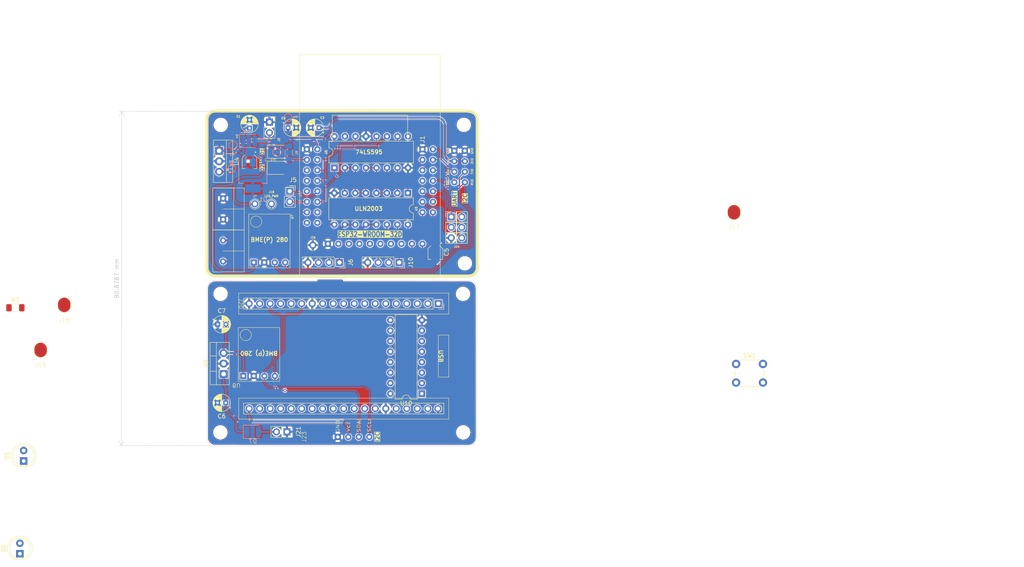
<source format=kicad_pcb>
(kicad_pcb (version 20240108) (generator "pcbnew") (generator_version "8.0")
  (layers (0 "F.Cu" signal) (31 "B.Cu" signal) (34 "B.Paste" user) (35 "F.Paste" user) (36 "B.SilkS" user "B.Silkscreen") (37 "F.SilkS" user "F.Silkscreen") (38 "B.Mask" user) (39 "F.Mask" user) (44 "Edge.Cuts" user))
  (net 0 "")
  (net 1 "GND")
  (net 2 "+3V3")
  (net 3 "+5V")
  (net 4 "/RXD")
  (net 5 "/TXD")
  (net 6 "/SDA")
  (net 7 "/OUT2")
  (net 8 "/SCL")
  (net 9 "/OUT1")
  (net 10 "/EN")
  (net 11 "/SOURCE2")
  (net 12 "/SOURCE1")
  (net 13 "/SOURCE3")
  (net 14 "/VDC")
  (net 15 "/DAC1")
  (net 16 "/DAC2")
  (net 17 "/GPIO13")
  (net 18 "/GPIO19")
  (net 19 "/GPIO17")
  (net 20 "/GPIO5")
  (net 21 "/GPIO18")
  (net 22 "/GPIO36")
  (net 23 "/ADC2_CH3")
  (net 24 "/SD_DATA1")
  (net 25 "/SD_DATA2")
  (net 26 "/SD_CLK")
  (net 27 "/SD_CMD")
  (net 28 "/SD_DATA3")
  (net 29 "/ADC2_CH0")
  (net 30 "/GPIO23")
  (net 31 "/SD_DATA0")
  (net 32 "/ADC2_CH2")
  (net 33 "/BOOT")
  (net 34 "/GPIO39")
  (net 35 "/SOURCE4")
  (net 36 "/SOURCE5")
  (net 37 "/SIPO_DATA")
  (net 38 "/SIPO_CLK")
  (net 40 "/SIPO_LATCH")
  (net 41 "/GPIO14")
  (net 43 "/I3")
  (net 44 "/I6")
  (net 45 "/I7")
  (net 46 "/I5")
  (net 47 "/OUT3")
  (net 48 "/VIN")
  (net 49 "/I1")
  (net 52 "Net-(D5-Pad1)")
  (net 53 "Net-(J15-Pin_1)")
  (net 54 "Net-(J19-Pin_1)")
  (net 55 "/GPIO_33")
  (net 67 "/RX")
  (net 72 "/TX")
  (net 87 "/SCL-2")
  (net 88 "/SDA-2")
  (footprint "Capacitor_THT:CP_Radial_D4.0mm_P2.00mm" (layer "F.Cu") (at 107 44.2 180)
    (property "Reference" "C2")
    (property "Value" "1uF")
  )
  (footprint "LED_SMD:LED_1210_3225Metric_Pad1.42x2.65mm_HandSolder" (layer "F.Cu") (at 96.9525 53.9)
    (property "Reference" "D2")
    (property "Value" "STATUS")
  )
  (footprint "Capacitor_SMD:CP_Elec_3x5.3" (layer "F.Cu") (at 90.2 52.3 -90)
    (property "Reference" "C4")
    (property "Value" "0.1uF")
  )
  (footprint "Resistor_SMD:R_1206_3216Metric_Pad1.30x1.75mm_HandSolder" (layer "F.Cu") (at 33.612 87.7585)
    (property "Reference" "R7")
    (property "Value" "4K7")
  )
  (footprint "LED_THT:LED_D5.0mm" (layer "F.Cu") (at 34.7 147.25 90)
    (property "Reference" "D6")
    (property "Value" "LED_STATUS")
  )
  (footprint "Button_Switch_THT:SW_PUSH_6mm" (layer "F.Cu") (at 207.8 101.35)
    (property "Reference" "SW1")
    (property "Value" "SW_Push")
  )
  (footprint "Alexander Footprint Library:Pad_1x01_P2.54_SMD" (layer "F.Cu") (at 39.712 102.098)
    (property "Reference" "J19")
    (property "Value" "LED_PWR")
  )
  (footprint "Alexander Footprints Library:ESP32-WROOM-Adapter-Socket-2" (layer "F.Cu") (at 119.3 57.04)
    (property "Reference" "J1")
    (property "Value" "~")
  )
  (footprint "Alexander Footprint Library:Pad_1x01_P2.54_SMD" (layer "F.Cu") (at 45.412 91.198)
    (property "Reference" "J15")
    (property "Value" "LED_PWR")
  )
  (footprint "MountingHole:MountingHole_3mm" (layer "F.Cu") (at 142 43.5)
    (property "Reference" "H1" (hide yes))
    (property "Value" "MountingHole_Pad")
  )
  (footprint "Connector_PinSocket_2.54mm:PinSocket_1x02_P2.54mm_Vertical" (layer "F.Cu") (at 99.25 117.775 -90)
    (property "Reference" "J21")
    (property "Value" "PWR")
  )
  (footprint "MountingHole:MountingHole_3mm" (layer "F.Cu") (at 83.25 43.53)
    (property "Reference" "H2" (hide yes))
    (property "Value" "MountingHole_Pad")
  )
  (footprint "Package_DIP:DIP-16_W7.62mm" (layer "F.Cu") (at 128.475 60 -90)
    (property "Reference" "U3")
    (property "Value" "ULN2003")
  )
  (footprint "Alexander Footprints Library:Conn_Terminal_5mm" (layer "F.Cu") (at 83.82 53.69)
    (property "Reference" "J9" (hide yes))
    (property "Value" "Conn_01x02_Socket")
  )
  (footprint "Alexander Footprint Library:Pad_1x01_P2.54_SMD" (layer "F.Cu") (at 207.3 68.7895)
    (property "Reference" "J17")
    (property "Value" "GND")
  )
  (footprint "MountingHole:MountingHole_3mm" (layer "F.Cu") (at 141.85 117.9)
    (property "Reference" "H4" (hide yes))
    (property "Value" "MountingHole_Pad")
  )
  (footprint "Capacitor_THT:CP_Radial_D4.0mm_P2.00mm" (layer "F.Cu") (at 82.5 91.75)
    (property "Reference" "C7")
    (property "Value" "1uF")
  )
  (footprint "Package_DIP:DIP-16_W7.62mm" (layer "F.Cu") (at 110.725 53.9 90)
    (property "Reference" "U5")
    (property "Value" "74LS595")
  )
  (footprint "Alexander Footprint Library:PinSocket_1x01_P2.54" (layer "F.Cu") (at 91.5 65.19)
    (property "Reference" "J7")
    (property "Value" "LED_PWR")
  )
  (footprint "Connector_PinSocket_2.54mm:PinSocket_1x02_P2.54mm_Vertical" (layer "F.Cu") (at 95.025 42.85)
    (property "Reference" "J2")
    (property "Value" "PWR")
  )
  (footprint "Connector_PinSocket_2.54mm:PinSocket_1x04_P2.54mm_Vertical" (layer "F.Cu") (at 111.94 76.8 -90)
    (property "Reference" "J6")
    (property "Value" "SOURCE")
  )
  (footprint "MountingHole:MountingHole_3mm" (layer "F.Cu") (at 83.15 117.9)
    (property "Reference" "H4" (hide yes))
    (property "Value" "MountingHole_Pad")
  )
  (footprint "Connector_PinSocket_2.54mm:PinSocket_1x04_P2.54mm_Vertical" (layer "F.Cu") (at 126.38 76.8 -90)
    (property "Reference" "J10")
    (property "Value" "ADC")
  )
  (footprint "Capacitor_SMD:CP_Elec_3x5.3" (layer "F.Cu") (at 135.1 74.3 -90)
    (property "Reference" "C5")
    (property "Value" "0.1uF")
  )
  (footprint "MountingHole:MountingHole_3mm" (layer "F.Cu") (at 141.8 84.4)
    (property "Reference" "H4" (hide yes))
    (property "Value" "MountingHole_Pad")
  )
  (footprint "Capacitor_THT:CP_Radial_D4.0mm_P2.00mm" (layer "F.Cu") (at 99.5 44.2)
    (property "Reference" "C3")
    (property "Value" "1uF")
  )
  (footprint "Alexander Footprint Library:LD1117" (layer "F.Cu") (at 83.945 103.79 90)
    (property "Reference" "U9")
    (property "Value" "L7805")
  )
  (footprint "Alexander Footprint Library:PinSocket_1x01_P2.54" (layer "F.Cu") (at 95.5 65.19)
    (property "Reference" "J18")
    (property "Value" "LED_PWR")
  )
  (footprint "Alexander Footprint Library:Conn_I2C" (layer "F.Cu") (at 103.92 119 90)
    (property "Reference" "J23")
    (property "Value" "I2C")
  )
  (footprint "Capacitor_THT:CP_Radial_D4.0mm_P2.00mm" (layer "F.Cu") (at 84.4726 110.75 180)
    (property "Reference" "C6")
    (property "Value" "1uF")
  )
  (footprint "Alexander Footprint Library:Conn_ESP32_WROOM-DevKit-38pins" (layer "F.Cu") (at 87.57 86.75 -90)
    (property "Reference" "J20")
    (property "Value" "~")
  )
  (footprint "MountingHole:MountingHole_3mm" (layer "F.Cu") (at 83.2 84.4)
    (property "Reference" "H4" (hide yes))
    (property "Value" "MountingHole_Pad")
  )
  (footprint "Connector_PinSocket_2.54mm:PinSocket_1x02_P2.54mm_Vertical" (layer "F.Cu") (at 99.925 59.55)
    (property "Reference" "J5")
    (property "Value" "DAC")
  )
  (footprint "Alexander Footprint Library:CONN_2x3" (layer "F.Cu") (at 138.96 60.68)
    (property "Reference" "J14")
    (property "Value" "GPIO")
  )
  (footprint "Alexander Footprints Library:Conn_UART" (layer "F.Cu") (at 139.7 42.15)
    (property "Reference" "J3" (hide yes))
    (property "Value" "UART")
  )
  (footprint "Alexander Footprint Library:PinSocket_1x01_P2.54" (layer "F.Cu") (at 105.5 75.19)
    (property "Reference" "J16")
    (property "Value" "GND")
  )
  (footprint "Capacitor_THT:CP_Radial_D4.0mm_P2.00mm" (layer "F.Cu") (at 90.2 44.3 90)
    (property "Reference" "C1")
    (property "Value" "1uF")
  )
  (footprint "Alexander Footprint Library:BME280_BMP280_I2C" (layer "F.Cu") (at 90 78.1 90)
    (property "Reference" "U7")
    (property "Value" "BME(P)280")
  )
  (footprint "Alexander Footprint Library:LD1117" (layer "F.Cu") (at 82.855 49.77 -90)
    (property "Reference" "U4")
    (property "Value" "L7805")
  )
  (footprint "Alexander Footprints Library:Conn_I2C" (layer "F.Cu") (at 142.24 42.15)
    (property "Reference" "J4" (hide yes))
    (property "Value" "I2C")
  )
  (footprint "LED_THT:LED_D5.0mm" (layer "F.Cu") (at 35.612 124.8335 90)
    (property "Reference" "D5")
    (property "Value" "LED_PWR")
  )
  (footprint "Alexander Footprint Library:BME280_BMP280_I2C" (layer "F.Cu") (at 87.49 105.55 90)
    (property "Reference" "U8")
    (property "Value" "BME(P)280")
  )
  (footprint "LED_SMD:LED_1210_3225Metric_Pad1.42x2.65mm_HandSolder" (layer "F.Cu") (at 97 50)
    (property "Reference" "D1")
    (property "Value" "PWR")
  )
  (footprint "MountingHole:MountingHole_3mm" (layer "F.Cu") (at 142.25 77)
    (property "Reference" "H4" (hide yes))
    (property "Value" "MountingHole_Pad")
  )
  (footprint "Alexander Footprints Library:Conn_Terminal_5mm" (layer "F.Cu") (at 83.82 63.85)
    (property "Reference" "J8" (hide yes))
    (property "Value" "Conn_01x02_Socket")
  )
  (footprint "Package_DIP:DIP-16_W7.62mm" (layer "F.Cu") (at 131.86 108.525 180)
    (property "Reference" "U10")
    (property "Value" "74LS595")
  )
  (footprint "TestPoint:TestPoint_Pad_D1.5mm" (layer "B.Cu") (at 99.5 41.75 180)
    (property "Reference" "TP4")
    (property "Value" "5V")
  )
  (footprint "TestPoint:TestPoint_Pad_D1.5mm" (layer "B.Cu") (at 96.8 50.15 180)
    (property "Reference" "TP3")
    (property "Value" "3V3")
  )
  (footprint "Diode_SMD:D_1210_3225Metric" (layer "B.Cu") (at 91 117.75)
    (property "Reference" "D7")
    (property "Value" "D")
  )
  (footprint "Resistor_SMD:R_1206_3216Metric_Pad1.30x1.75mm_HandSolder" (layer "B.Cu") (at 99.7 50.25 -90)
    (property "Reference" "R1")
    (property "Value" "10K")
  )
  (footprint "Diode_SMD:D_1210_3225Metric" (layer "B.Cu") (at 90.1 47.4)
    (property "Reference" "D4")
    (property "Value" "D")
  )
  (footprint "TestPoint:TestPoint_Pad_D1.5mm" (layer "B.Cu") (at 86.2 48.45 180)
    (property "Reference" "TP1")
    (property "Value" "VIN")
  )
  (footprint "TestPoint:TestPoint_Pad_D1.5mm" (layer "B.Cu") (at 85.9 54.15 180)
    (property "Reference" "TP2")
    (property "Value" "GND")
  )
  (footprint "Package_TO_SOT_SMD:SOT-223-3_TabPin2" (layer "B.Cu") (at 91 55.75 -90)
    (property "Reference" "U1")
    (property "Value" "MAX1726EUK33")
  )
  (gr_line (start 145.25 42.11421) (end 145.25 78.085782) (stroke (width 0.75)) (layer "F.SilkS"))
  (gr_line (start 81.914218 40.164218) (end 143.08579 40.164218) (stroke (width 0.75)) (layer "F.SilkS"))
  (gr_arc (start 145.25 78.085782) (mid 144.66422 79.500007) (end 143.25 80.085782) (stroke (width 0.75)) (layer "F.SilkS"))
  (gr_line (start 79.914218 42.11421) (end 79.914218 78.085782) (stroke (width 0.75)) (layer "F.SilkS"))
  (gr_arc (start 81.914218 80.085782) (mid 80.499999 79.500001) (end 79.914218 78.085782) (stroke (width 0.75)) (layer "F.SilkS"))
  (gr_arc (start 143.25 40.25) (mid 144.664214 40.835786) (end 145.25 42.25) (stroke (width 0.75)) (layer "F.SilkS"))
  (gr_arc (start 79.914218 42.164218) (mid 80.499999 40.749999) (end 81.914218 40.164218) (stroke (width 0.75)) (layer "F.SilkS"))
  (gr_line (start 81.914214 80.085782) (end 143.085786 80.085782) (stroke (width 0.75)) (layer "F.SilkS"))
  (gr_line (start 82.014214 80.235786) (end 106.4 80.25) (stroke (width 0.1)) (layer "Edge.Cuts"))
  (gr_line (start 80 42.25) (end 80.014214 78.235786) (stroke (width 0.1)) (layer "Edge.Cuts"))
  (gr_arc (start 79.921321 83.157107) (mid 80.507106 81.742896) (end 81.921321 81.157107) (stroke (width 0.1)) (layer "Edge.Cuts"))
  (gr_line (start 81.921321 121.128679) (end 143.107107 121.142893) (stroke (width 0.1)) (layer "Edge.Cuts"))
  (gr_arc (start 81.921321 121.128679) (mid 80.507101 120.542899) (end 79.921321 119.128679) (stroke (width 0.1)) (layer "Edge.Cuts"))
  (gr_line (start 143.092893 81.157107) (end 113 81.15) (stroke (width 0.1)) (layer "Edge.Cuts"))
  (gr_arc (start 145.107107 119.142893) (mid 144.521321 120.557107) (end 143.107107 121.142893) (stroke (width 0.1)) (layer "Edge.Cuts"))
  (gr_line (start 106.4 81.15) (end 81.921321 81.157107) (stroke (width 0.1)) (layer "Edge.Cuts"))
  (gr_arc (start 143.185786 40.264214) (mid 144.600004 40.849996) (end 145.185786 42.264214) (stroke (width 0.1)) (layer "Edge.Cuts"))
  (gr_line (start 113 80.25) (end 143.185786 80.235786) (stroke (width 0.1)) (layer "Edge.Cuts"))
  (gr_arc (start 82.014214 80.235786) (mid 80.599996 79.650004) (end 80.014214 78.235786) (stroke (width 0.1)) (layer "Edge.Cuts"))
  (gr_line (start 145.185786 42.264214) (end 145.185786 78.235786) (stroke (width 0.1)) (layer "Edge.Cuts"))
  (gr_arc (start 80 42.25) (mid 80.585786 40.835786) (end 82 40.25) (stroke (width 0.1)) (layer "Edge.Cuts"))
  (gr_line (start 145.107107 119.142893) (end 145.092893 83.157107) (stroke (width 0.1)) (layer "Edge.Cuts"))
  (gr_line (start 79.921321 119.128679) (end 79.921321 83.157107) (stroke (width 0.1)) (layer "Edge.Cuts"))
  (gr_line (start 106.4 81.15) (end 106.4 80.25) (stroke (width 0.1)) (layer "Edge.Cuts"))
  (gr_arc (start 145.185786 78.235786) (mid 144.600004 79.650004) (end 143.185786 80.235786) (stroke (width 0.1)) (layer "Edge.Cuts"))
  (gr_arc (start 143.092893 81.157107) (mid 144.507112 81.742888) (end 145.092893 83.157107) (stroke (width 0.1)) (layer "Edge.Cuts"))
  (gr_line (start 113 81.15) (end 113 80.25) (stroke (width 0.1)) (layer "Edge.Cuts"))
  (gr_line (start 143.185786 40.264214) (end 82 40.25) (stroke (width 0.1)) (layer "Edge.Cuts"))
  (gr_text "74LS595" (at 119.057143 50.1 0) (layer "F.SilkS") (effects (font (size 1 1) (thickness 0.2) (bold yes))))
  (gr_text "ULN2003" (at 115.5 64.374 0) (layer "F.SilkS") (effects (font (size 1 1) (thickness 0.2) (bold yes)) (justify left bottom)))
  (dimension (type aligned) (layer "Edge.Cuts") (pts (xy 81.921321 121.128679) (xy 82 40.25)) (height -22.6907) (gr_text "80.8787 mm" (at 58.119973 80.666146 89.94426182) (layer "Edge.Cuts") (effects (font (size 1 1) (thickness 0.15)))) (format (prefix "") (suffix "") (units 3) (units_format 1) (precision 4)) (style (thickness 0.1) (arrow_length 1.27) (text_position_mode 0) (extension_height 0.58642) (extension_offset 0.5) keep_text_aligned))
  (segment (start 84.21 66) (end 83.82 66.39) (width 0.5) (layer "F.Cu") (net 1))
  (segment (start 101.5 48.103553) (end 101.5 49.573223) (width 0.25) (layer "F.Cu") (net 2))
  (segment (start 105.575735 47.25) (end 102.353553 47.25) (width 0.25) (layer "F.Cu") (net 2))
  (segment (start 106.6 48.274264) (end 106.6 49.42) (width 0.25) (layer "F.Cu") (net 2))
  (segment (start 138.021593 51.871593) (end 137.93 51.78) (width 0.5) (layer "F.Cu") (net 2))
  (segment (start 108.946446 44.2) (end 107 44.2) (width 0.5) (layer "F.Cu") (net 2))
  (segment (start 109.8 43.346446) (end 109.8 43.15) (width 0.5) (layer "F.Cu") (net 2))
  (segment (start 137.4 50.500466) (end 137.4 43.627817) (width 0.5) (layer "F.Cu") (net 2))
  (segment (start 101.073223 50) (end 98.4875 50) (width 0.25) (layer "F.Cu") (net 2))
  (segment (start 139.08 52.31) (end 139.7 52.31) (width 0.5) (layer "F.Cu") (net 2))
  (segment (start 110.188908 42.211091) (end 110.225 42.175) (width 0.5) (layer "F.Cu") (net 2))
  (segment (start 135.522182 41.75) (end 111.25104 41.75) (width 0.5) (layer "F.Cu") (net 2))
  (arc (start 106.3 47.55) (mid 105.967704 47.327967) (end 105.575735 47.25) (width 0.25) (layer "F.Cu") (net 2))
  (arc (start 101.5 49.573223) (mid 101.467513 49.736543) (end 101.375 49.875) (width 0.25) (layer "F.Cu") (net 2))
  (arc (start 111.25104 41.75) (mid 110.695751 41.860453) (end 110.225 42.175) (width 0.5) (layer "F.Cu") (net 2))
  (arc (start 110.188908 42.211091) (mid 109.901073 42.641866) (end 109.8 43.15) (width 0.5) (layer "F.Cu") (net 2))
  (arc (start 138.021593 51.871593) (mid 138.507194 52.196061) (end 139.08 52.31) (width 0.5) (layer "F.Cu") (net 2))
  (arc (start 102.353553 47.25) (mid 102.026912 47.314972) (end 101.75 47.5) (width 0.25) (layer "F.Cu") (net 2))
  (arc (start 109.8 43.346446) (mid 109.735027 43.673087) (end 109.55 43.95) (width 0.5) (layer "F.Cu") (net 2))
  (arc (start 106.3 47.55) (mid 106.522032 47.882295) (end 106.6 48.274264) (width 0.25) (layer "F.Cu") (net 2))
  (arc (start 109.55 43.95) (mid 109.273087 44.135027) (end 108.946446 44.2) (width 0.5) (layer "F.Cu") (net 2))
  (arc (start 136.85 42.3) (mid 137.257059 42.909207) (end 137.4 43.627817) (width 0.5) (layer "F.Cu") (net 2))
  (arc (start 101.75 47.5) (mid 101.564972 47.776912) (end 101.5 48.103553) (width 0.25) (layer "F.Cu") (net 2))
  (arc (start 101.375 49.875) (mid 101.236543 49.967513) (end 101.073223 50) (width 0.25) (layer "F.Cu") (net 2))
  (arc (start 137.4 50.500466) (mid 137.537742 51.192944) (end 137.93 51.78) (width 0.5) (layer "F.Cu") (net 2))
  (arc (start 136.85 42.3) (mid 136.240792 41.89294) (end 135.522182 41.75) (width 0.5) (layer "F.Cu") (net 2))
  (segment (start 96.075 48.7) (end 97.525 48.7) (width 0.5) (layer "B.Cu") (net 2))
  (segment (start 109.408578 44.2) (end 107 44.2) (width 0.5) (layer "B.Cu") (net 2))
  (segment (start 81.3 75.997918) (end 81.3 59.75104) (width 0.5) (layer "B.Cu") (net 2))
  (segment (start 93.3 54.905025) (end 93.3 52.6) (width 0.5) (layer "B.Cu") (net 2))
  (segment (start 100 48.7) (end 100 48.03033) (width 0.5) (layer "B.Cu") (net 2))
  (segment (start 139.13 52.31) (end 139.7 52.31) (width 0.5) (layer "B.Cu") (net 2))
  (segment (start 138.156949 51.906949) (end 138.03 51.78) (width 0.5) (layer "B.Cu") (net 2))
  (segment (start 106.6 48.627817) (end 106.6 49.299791) (width 0.5) (layer "B.Cu") (net 2))
  (segment (start 84.202081 78.9) (end 89.990883 78.9) (width 0.5) (layer "B.Cu") (net 2))
  (segment (start 109.75 43.858578) (end 109.75 44.141421) (width 0.5) (layer "B.Cu") (net 2))
  (segment (start 104.722182 46.75) (end 106.277817 46.75) (width 0.5) (layer "B.Cu") (net 2))
  (segment (start 139.7 52.31) (end 142.24 52.31) (width 0.5) (layer "B.Cu") (net 2))
  (segment (start 137.5 50.500466) (end 137.5 43.883883) (width 0.5) (layer "B.Cu") (net 2))
  (segment (start 88.207106 62.75) (end 91.5 62.75) (width 0.5) (layer "B.Cu") (net 2))
  (segment (start 86.5 61.042893) (end 86.5 57.5) (width 0.5) (layer "B.Cu") (net 2))
  (segment (start 90.11 114.36) (end 90.11 112.15) (width 0.5) (layer "B.Cu") (net 2))
  (segment (start 112.75 115.25) (end 91 115.25) (width 0.5) (layer "B.Cu") (net 2))
  (segment (start 91.22 77.670883) (end 91.22 76.8) (width 0.5) (layer "B.Cu") (net 2))
  (segment (start 89.455634 56.1) (end 92.105025 56.1) (width 0.5) (layer "B.Cu") (net 2))
  (segment (start 114.08 119) (end 114.08 116.58) (width 0.5) (layer "B.Cu") (net 2))
  (segment (start 96.075 48.7) (end 95.177817 48.7) (width 0.5) (layer "B.Cu") (net 2))
  (segment (start 104.722182 46.75) (end 101.28033 46.75) (width 0.5) (layer "B.Cu") (net 2))
  (segment (start 109.149999 46.149999) (end 109.201992 46.098007) (width 0.5) (layer "B.Cu") (net 2))
  (segment (start 96.8 49.425) (end 96.8 50.15) (width 0.25) (layer "B.Cu") (net 2))
  (segment (start 109.75 43.625) (end 109.75 43.858578) (width 0.5) (layer "B.Cu") (net 2))
  (segment (start 106.277817 46.75) (end 107.701471 46.75) (width 0.5) (layer "B.Cu") (net 2))
  (segment (start 114.08 116.58) (end 112.75 115.25) (width 0.5) (layer "B.Cu") (net 2))
  (segment (start 110.015165 42.984834) (end 110.5 42.5) (width 0.5) (layer "B.Cu") (net 2))
  (segment (start 93.3 52.6) (end 93.3 50.577817) (width 0.5) (layer "B.Cu") (net 2))
  (segment (start 82.75104 58.3) (end 84.144365 58.3) (width 0.5) (layer "B.Cu") (net 2))
  (segment (start 106.685 49.335) (end 106.77 49.25) (width 0.5) (layer "B.Cu") (net 2))
  (segment (start 109.75 44.775) (end 109.75 44.141421) (width 0.5) (layer "B.Cu") (net 2))
  (segment (start 91 115.25) (end 90.11 114.36) (width 0.5) (layer "B.Cu") (net 2))
  (segment (start 112.31066 41.75) (end 135.366116 41.75) (width 0.5) (layer "B.Cu") (net 2))
  (segment (start 100 48.7) (end 97.525 48.7) (width 0.5) (layer "B.Cu") (net 2))
  (arc (start 136.875 42.375) (mid 137.337567 43.067281) (end 137.5 43.883883) (width 0.5) (layer "B.Cu") (net 2))
  (arc (start 137.5 50.500466) (mid 137.637742 51.192944) (end 138.03 51.78) (width 0.5) (layer "B.Cu") (net 2))
  (arc (start 93.3 54.905025) (mid 93.209037 55.362322) (end 92.95 55.75) (width 0.5) (layer "B.Cu") (net 2))
  (arc (start 86.8 57.2) (mid 85.581584 58.014119) (end 84.144365 58.3) (width 0.5) (layer "B.Cu") (net 2))
  (arc (start 106.6 49.299791) (mid 106.630737 49.345793) (end 106.685 49.335) (width 0.5) (layer "B.Cu") (net 2))
  (arc (start 89.455634 56.1) (mid 88.018415 56.38588) (end 86.8 57.2) (width 0.5) (layer "B.Cu") (net 2))
  (arc (start 86.5 61.042893) (mid 86.629945 61.696174) (end 87 62.25) (width 0.5) (layer "B.Cu") (net 2))
  (arc (start 82.75104 58.3) (mid 82.195751 58.410453) (end 81.725 58.725) (width 0.5) (layer "B.Cu") (net 2))
  (arc (start 92.95 55.75) (mid 92.562322 56.009037) (end 92.105025 56.1) (width 0.5) (layer "B.Cu") (net 2))
  (arc (start 95.177817 48.7) (mid 94.459207 48.84294) (end 93.85 49.25) (width 0.5) (layer "B.Cu") (net 2))
  (arc (start 96.8 49.425) (mid 96.587652 48.912347) (end 96.075 48.7) (width 0.25) (layer "B.Cu") (net 2))
  (arc (start 82.15 78.05) (mid 83.091502 78.679092) (end 84.202081 78.9) (width 0.5) (layer "B.Cu") (net 2))
  (arc (start 110.015165 42.984834) (mid 109.818914 43.278544) (end 109.75 43.625) (width 0.5) (layer "B.Cu") (net 2))
  (arc (start 109.75 44.141421) (mid 109.713838 44.087301) (end 109.65 44.1) (width 0.5) (layer "B.Cu") (net 2))
  (arc (start 136.875 42.375) (mid 136.182718 41.912432) (end 135.366116 41.75) (width 0.5) (layer "B.Cu") (net 2))
  (arc (start 93.85 49.25) (mid 93.44294 49.859207) (end 93.3 50.577817) (width 0.5) (layer "B.Cu") (net 2))
  (arc (start 90.86 78.54) (mid 90.461245 78.806439) (end 89.990883 78.9) (width 0.5) (layer "B.Cu") (net 2))
  (arc (start 109.65 44.1) (mid 109.539234 44.17401) (end 109.408578 44.2) (width 0.5) (layer "B.Cu") (net 2))
  (arc (start 87 62.25) (mid 87.553825 62.620054) (end 88.207106 62.75) (width 0.5) (layer "B.Cu") (net 2))
  (arc (start 81.725 58.725) (mid 81.410453 59.195751) (end 81.3 59.75104) (width 0.5) (layer "B.Cu") (net 2))
  (arc (start 106.05 47.3) (mid 105.440792 46.89294) (end 104.722182 46.75) (width 0.5) (layer "B.Cu") (net 2))
  (arc (start 138.156949 51.906949) (mid 138.603388 52.20525) (end 139.13 52.31) (width 0.5) (layer "B.Cu") (net 2))
  (arc (start 101.28033 46.75) (mid 100.790368 46.847459) (end 100.375 47.125) (width 0.5) (layer "B.Cu") (net 2))
  (arc (start 106.05 47.3) (mid 106.457059 47.909207) (end 106.6 48.627817) (width 0.5) (layer "B.Cu") (net 2))
  (arc (start 106.277817 46.75) (mid 105.980159 46.948888) (end 106.05 47.3) (width 0.5) (layer "B.Cu") (net 2))
  (arc (start 91.22 77.670883) (mid 91.126439 78.141245) (end 90.86 78.54) (width 0.5) (layer "B.Cu") (net 2))
  (arc (start 109.75 44.775) (mid 109.607577 45.491006) (end 109.201992 46.098007) (width 0.5) (layer "B.Cu") (net 2))
  (arc (start 109.65 44.1) (mid 109.72401 43.989234) (end 109.75 43.858578) (width 0.5) (layer "B.Cu") (net 2))
  (arc (start 112.31066 41.75) (mid 111.330737 41.944918) (end 110.5 42.5) (width 0.5) (layer "B.Cu") (net 2))
  (arc (start 100.375 47.125) (mid 100.097459 47.540368) (end 100 48.03033) (width 0.5) (layer "B.Cu") (net 2))
  (arc (start 109.149999 46.149999) (mid 108.485409 46.594064) (end 107.701471 46.75) (width 0.5) (layer "B.Cu") (net 2))
  (arc (start 81.3 75.997918) (mid 81.520907 77.108496) (end 82.15 78.05) (width 0.5) (layer "B.Cu") (net 2))
  (segment (start 99.5 45.693413) (end 99.5 44.2) (width 0.5) (layer "F.Cu") (net 3))
  (segment (start 110.512652 48.95) (end 109.487347 48.95) (width 0.5) (layer "F.Cu") (net 3))
  (segment (start 87.75 115.25) (end 135.25 115.25) (width 0.5) (layer "F.Cu") (net 3))
  (segment (start 98.6375 46.9625) (end 99.2125 46.3875) (width 0.5) (layer "F.Cu") (net 3))
  (segment (start 83.945 98.71) (end 86.21 98.71) (width 0.5) (layer "F.Cu") (net 3))
  (segment (start 110.725 47.712347) (end 110.725 46.28) (width 0.5) (layer "F.Cu") (net 3))
  (segment (start 125.341906 48.95) (end 110.512652 48.95) (width 0.5) (layer "F.Cu") (net 3))
  (segment (start 108.3 49.803553) (end 108.3 65.537329) (width 0.5) (layer "F.Cu") (net 3))
  (segment (start 84.648959 54.85) (end 82.855 54.85) (width 0.5) (layer "F.Cu") (net 3))
  (segment (start 108.3 49.803553) (end 108.3 49.096446) (width 0.5) (layer "F.Cu") (net 3))
  (segment (start 91.306675 47.25) (end 97.943413 47.25) (width 0.5) (layer "F.Cu") (net 3))
  (segment (start 135.81 114.69) (end 135.81 112.15) (width 0.5) (layer "F.Cu") (net 3))
  (segment (start 86.1 52.15) (end 86.1 53.398959) (width 0.5) (layer "F.Cu") (net 3))
  (segment (start 86.75 114.25) (end 87.75 115.25) (width 0.5) (layer "F.Cu") (net 3))
  (segment (start 107.608621 46.675) (end 99.331586 46.675) (width 0.5) (layer "F.Cu") (net 3))
  (segment (start 86.21 98.71) (end 86.75 99.25) (width 0.5) (layer "F.Cu") (net 3))
  (segment (start 108.3 49.096446) (end 108.3 47.366378) (width 0.5) (layer "F.Cu") (net 3))
  (segment (start 109.104574 67.204574) (end 108.91 67.01) (width 0.5) (layer "F.Cu") (net 3))
  (segment (start 135.25 115.25) (end 135.81 114.69) (width 0.5) (layer "F.Cu") (net 3))
  (segment (start 110.1075 67.62) (end 110.695 67.62) (width 0.5) (layer "F.Cu") (net 3))
  (segment (start 86.75 99.25) (end 86.75 114.25) (width 0.5) (layer "F.Cu") (net 3))
  (segment (start 87.408147 48.991852) (end 87.625 48.775) (width 0.5) (layer "F.Cu") (net 3))
  (segment (start 125.965 48.326906) (end 125.965 46.28) (width 0.5) (layer "F.Cu") (net 3))
  (segment (start 109.487347 48.95) (end 109.153553 48.95) (width 0.5) (layer "F.Cu") (net 3))
  (arc (start 108.0975 46.8775) (mid 108.247371 47.101799) (end 108.3 47.366378) (width 0.5) (layer "F.Cu") (net 3))
  (arc (start 108.3 65.537329) (mid 108.458533 66.334332) (end 108.91 67.01) (width 0.5) (layer "F.Cu") (net 3))
  (arc (start 109.487347 48.95) (mid 109.960976 48.855789) (end 110.3625 48.5875) (width 0.5) (layer "F.Cu") (net 3))
  (arc (start 99.2125 46.3875) (mid 99.175992 46.571035) (end 99.331586 46.675) (width 0.5) (layer "F.Cu") (net 3))
  (arc (start 108.0975 46.8775) (mid 107.8732 46.727628) (end 107.608621 46.675) (width 0.5) (layer "F.Cu") (net 3))
  (arc (start 86.1 53.398959) (mid 85.989546 53.954248) (end 85.675 54.425) (width 0.5) (layer "F.Cu") (net 3))
  (arc (start 109.104574 67.204574) (mid 109.56472 67.512034) (end 110.1075 67.62) (width 0.5) (layer "F.Cu") (net 3))
  (arc (start 108.55 49.2) (mid 108.364972 49.476912) (end 108.3 49.803553) (width 0.5) (layer "F.Cu") (net 3))
  (arc (start 87.408147 48.991852) (mid 86.439976 50.440822) (end 86.1 52.15) (width 0.5) (layer "F.Cu") (net 3))
  (arc (start 85.675 54.425) (mid 85.204248 54.739546) (end 84.648959 54.85) (width 0.5) (layer "F.Cu") (net 3))
  (arc (start 110.3625 48.5875) (mid 110.316468 48.818914) (end 110.512652 48.95) (width 0.5) (layer "F.Cu") (net 3))
  (arc (start 98.6375 46.9625) (mid 98.31905 47.175281) (end 97.943413 47.25) (width 0.5) (layer "F.Cu") (net 3))
  (arc (start 110.725 47.712347) (mid 110.630789 48.185976) (end 110.3625 48.5875) (width 0.5) (layer "F.Cu") (net 3))
  (arc (start 108.3 49.096446) (mid 108.390403 49.231745) (end 108.55 49.2) (width 0.5) (layer "F.Cu") (net 3))
  (arc (start 91.306675 47.25) (mid 89.314166 47.646334) (end 87.625 48.775) (width 0.5) (layer "F.Cu") (net 3))
  (arc (start 109.153553 48.95) (mid 108.826912 49.014972) (end 108.55 49.2) (width 0.5) (layer "F.Cu") (net 3))
  (arc (start 99.331586 46.675) (mid 98.955949 46.749718) (end 98.6375 46.9625) (width 0.5) (layer "F.Cu") (net 3))
  (arc (start 125.7825 48.7675) (mid 125.580353 48.902569) (end 125.341906 48.95) (width 0.5) (layer "F.Cu") (net 3))
  (arc (start 99.5 45.693413) (mid 99.425281 46.06905) (end 99.2125 46.3875) (width 0.5) (layer "F.Cu") (net 3))
  (arc (start 125.965 48.326906) (mid 125.917569 48.565353) (end 125.7825 48.7675) (width 0.5) (layer "F.Cu") (net 3))
  (segment (start 83.945 97.305) (end 84.5 96.75) (width 0.5) (layer "B.Cu") (net 3))
  (segment (start 87.96 98.71) (end 88.71 99.46) (width 0.5) (layer "B.Cu") (net 3))
  (segment (start 83.945 98.71) (end 83.945 97.305) (width 0.5) (layer "B.Cu") (net 3))
  (segment (start 84.5 96.75) (end 84.5 91.75) (width 0.5) (layer "B.Cu") (net 3))
  (segment (start 83.945 98.71) (end 87.96 98.71) (width 0.5) (layer "B.Cu") (net 3))
  (segment (start 99.5 42.25) (end 99.5 44.2) (width 0.25) (layer "B.Cu") (net 3))
  (segment (start 88.71 99.46) (end 88.71 104.25) (width 0.5) (layer "B.Cu") (net 3))
  (segment (start 139.7 57.35) (end 139.7 57.39) (width 0.25) (layer "F.Cu") (net 4))
  (segment (start 133.25 53.25) (end 135.6 53.25) (width 0.25) (layer "F.Cu") (net 4))
  (segment (start 135.6 53.25) (end 139.7 57.35) (width 0.25) (layer "F.Cu") (net 4))
  (segment (start 132 54.5) (end 133.25 53.25) (width 0.25) (layer "F.Cu") (net 4))
  (segment (start 140.3 57.45) (end 139.3 57.45) (width 0.25) (layer "F.Cu") (net 4))
  (segment (start 136.61 51.96) (end 134.54 51.96) (width 0.25) (layer "F.Cu") (net 5))
  (segment (start 134.74 51.79) (end 134.62 51.91) (width 0.25) (layer "F.Cu") (net 5))
  (segment (start 139.5 54.85) (end 136.61 51.96) (width 0.25) (layer "F.Cu") (net 5))
  (segment (start 139.7 54.85) (end 139.5 54.85) (width 0.25) (layer "F.Cu") (net 5))
  (segment (start 138.59 58.55) (end 140.4 58.55) (width 0.25) (layer "F.Cu") (net 6))
  (segment (start 136.213604 54.5) (end 138 56.286396) (width 0.25) (layer "F.Cu") (net 6))
  (segment (start 138 57.96) (end 138.59 58.55) (width 0.25) (layer "F.Cu") (net 6))
  (segment (start 140.9 56.19) (end 142.24 54.85) (width 0.25) (layer "F.Cu") (net 6))
  (segment (start 140.9 58.05) (end 140.9 56.19) (width 0.25) (layer "F.Cu") (net 6))
  (segment (start 134.54 54.5) (end 136.213604 54.5) (width 0.25) (layer "F.Cu") (net 6))
  (segment (start 138 56.286396) (end 138 57.96) (width 0.25) (layer "F.Cu") (net 6))
  (segment (start 142.24 54.85) (end 142.24 55.51) (width 0.25) (layer "F.Cu") (net 6))
  (segment (start 140.4 58.55) (end 140.9 58.05) (width 0.25) (layer "F.Cu") (net 6))
  (segment (start 99.75 78.65) (end 134.55 78.65) (width 0.25) (layer "B.Cu") (net 6))
  (segment (start 141 61.9) (end 141 56.09) (width 0.25) (layer "B.Cu") (net 6))
  (segment (start 134.55 78.65) (end 140.418198 72.781802) (width 0.25) (layer "B.Cu") (net 6))
  (segment (start 143.55 64.45) (end 141 61.9) (width 0.25) (layer "B.Cu") (net 6))
  (segment (start 98.84 76.8) (end 98.84 77.74) (width 0.25) (layer "B.Cu") (net 6))
  (segment (start 143.281802 72.781802) (end 143.55 72.513604) (width 0.25) (layer "B.Cu") (net 6))
  (segment (start 143.55 72.513604) (end 143.55 64.45) (width 0.25) (layer "B.Cu") (net 6))
  (segment (start 140.418198 72.781802) (end 143.281802 72.781802) (width 0.25) (layer "B.Cu") (net 6))
  (segment (start 141 56.09) (end 142.24 54.85) (width 0.25) (layer "B.Cu") (net 6))
  (segment (start 98.84 77.74) (end 99.75 78.65) (width 0.25) (layer "B.Cu") (net 6))
  (segment (start 137.55 58.146396) (end 138.403604 59) (width 0.25) (layer "F.Cu") (net 8))
  (segment (start 131.5 55.75) (end 136.75 55.75) (width 0.25) (layer "F.Cu") (net 8))
  (segment (start 140.63 59) (end 142.24 57.39) (width 0.25) (layer "F.Cu") (net 8))
  (segment (start 136.75 55.75) (end 137.55 56.55) (width 0.25) (layer "F.Cu") (net 8))
  (segment (start 137.55 56.55) (end 137.55 58.146396) (width 0.25) (layer "F.Cu") (net 8))
  (segment (start 130.745 54.995) (end 131.5 55.75) (width 0.25) (layer "F.Cu") (net 8))
  (segment (start 130.745 53.245) (end 130.745 54.995) (width 0.25) (layer "F.Cu") (net 8))
  (segment (start 132.08 51.91) (end 130.745 53.245) (width 0.25) (layer "F.Cu") (net 8))
  (segment (start 138.403604 59) (end 140.63 59) (width 0.25) (layer "F.Cu") (net 8))
  (segment (start 134.8 79.1) (end 140.6 73.3) (width 0.25) (layer "B.Cu") (net 8))
  (segment (start 96.3 76.8) (end 96.3 77.7) (width 0.25) (layer "B.Cu") (net 8))
  (segment (start 144 72.7) (end 144 64.263604) (width 0.25) (layer "B.Cu") (net 8))
  (segment (start 96.3 77.7) (end 97.7 79.1) (width 0.25) (layer "B.Cu") (net 8))
  (segment (start 142.24 62.503604) (end 142.24 57.39) (width 0.25) (layer "B.Cu") (net 8))
  (segment (start 144 64.263604) (end 142.24 62.503604) (width 0.25) (layer "B.Cu") (net 8))
  (segment (start 143.4 73.3) (end 144 72.7) (width 0.25) (layer "B.Cu") (net 8))
  (segment (start 140.6 73.3) (end 143.4 73.3) (width 0.25) (layer "B.Cu") (net 8))
  (segment (start 97.7 79.1) (end 134.8 79.1) (width 0.25) (layer "B.Cu") (net 8))
  (segment (start 93.21 51.96) (end 92.05 50.8) (width 0.25) (layer "F.Cu") (net 10))
  (segment (start 104.06 51.96) (end 93.21 51.96) (width 0.25) (layer "F.Cu") (net 10))
  (segment (start 92.05 50.8) (end 90.2 50.8) (width 0.25) (layer "F.Cu") (net 10))
  (segment (start 103.72 52.3) (end 104.06 51.96) (width 0.25) (layer "F.Cu") (net 10))
  (segment (start 100 51.8) (end 103.9 51.8) (width 0.25) (layer "B.Cu") (net 10))
  (segment (start 103.9 51.8) (end 104.06 51.96) (width 0.25) (layer "B.Cu") (net 10))
  (segment (start 113.235 67.62) (end 115.775 67.62) (width 0.5) (layer "F.Cu") (net 11))
  (segment (start 99 73.1) (end 102.7 69.4) (width 0.5) (layer "F.Cu") (net 11))
  (segment (start 86.37 71.47) (end 88 73.1) (width 0.5) (layer "F.Cu") (net 11))
  (segment (start 102.7 69.4) (end 111.455 69.4) (width 0.5) (layer "F.Cu") (net 11))
  (segment (start 88 73.1) (end 99 73.1) (width 0.5) (layer "F.Cu") (net 11))
  (segment (start 83.82 71.47) (end 86.37 71.47) (width 0.5) (layer "F.Cu") (net 11))
  (segment (start 111.455 69.4) (end 113.235 67.62) (width 0.5) (layer "F.Cu") (net 11))
  (segment (start 86.275 76.55) (end 88.075 74.75) (width 0.5) (layer "F.Cu") (net 12))
  (segment (start 104.4 70.1) (end 115.835 70.1) (width 0.5) (layer "F.Cu") (net 12))
  (segment (start 99.75 74.75) (end 104.4 70.1) (width 0.5) (layer "F.Cu") (net 12))
  (segment (start 118.315 67.62) (end 120.855 67.62) (width 0.5) (layer "F.Cu") (net 12))
  (segment (start 83.82 76.55) (end 86.275 76.55) (width 0.5) (layer "F.Cu") (net 12))
  (segment (start 115.835 70.1) (end 118.315 67.62) (width 0.5) (layer "F.Cu") (net 12))
  (segment (start 88.075 74.75) (end 99.75 74.75) (width 0.5) (layer "F.Cu") (net 12))
  (segment (start 128.475 67.62) (end 128.475 68.825) (width 0.25) (layer "F.Cu") (net 13))
  (segment (start 125.7 72.8) (end 124.55 73.95) (width 0.25) (layer "F.Cu") (net 13))
  (segment (start 111.94 75.26) (end 111.94 76.8) (width 0.25) (layer "F.Cu") (net 13))
  (segment (start 124.55 73.95) (end 118.622792 73.95) (width 0.25) (layer "F.Cu") (net 13))
  (segment (start 128.475 68.825) (end 125.7 71.6) (width 0.25) (layer "F.Cu") (net 13))
  (segment (start 125.7 71.6) (end 125.7 72.8) (width 0.25) (layer "F.Cu") (net 13))
  (segment (start 117.872792 74.7) (end 112.5 74.7) (width 0.25) (layer "F.Cu") (net 13))
  (segment (start 112.5 74.7) (end 111.94 75.26) (width 0.25) (layer "F.Cu") (net 13))
  (segment (start 118.622792 73.95) (end 117.872792 74.7) (width 0.25) (layer "F.Cu") (net 13))
  (segment (start 96.71 117.775) (end 92.425 117.775) (width 0.5) (layer "B.Cu") (net 14))
  (segment (start 92.425 117.775) (end 92.4 117.75) (width 0.5) (layer "B.Cu") (net 14))
  (segment (start 95.025 46.674479) (end 95.025 45.39) (width 0.5) (layer "B.Cu") (net 14))
  (segment (start 94.299479 47.4) (end 91.5 47.4) (width 0.5) (layer "B.Cu") (net 14))
  (arc (start 95.025 46.674479) (mid 94.969773 46.952124) (end 94.8125 47.1875) (width 0.5) (layer "B.Cu") (net 14))
  (arc (start 94.8125 47.1875) (mid 94.577124 47.344773) (end 94.299479 47.4) (width 0.5) (layer "B.Cu") (net 14))
  (segment (start 105.38 60.8) (end 103.1 60.8) (width 0.25) (layer "B.Cu") (net 15))
  (segment (start 106.6 59.58) (end 105.38 60.8) (width 0.25) (layer "B.Cu") (net 15))
  (segment (start 103.1 60.8) (end 101.85 59.55) (width 0.25) (layer "B.Cu") (net 15))
  (segment (start 101.85 59.55) (end 99.925 59.55) (width 0.25) (layer "B.Cu") (net 15))
  (segment (start 104.06 62.12) (end 99.955 62.12) (width 0.25) (layer "B.Cu") (net 16))
  (segment (start 104.03 62.09) (end 104.06 62.12) (width 0.25) (layer "B.Cu") (net 16))
  (segment (start 99.955 62.12) (end 99.925 62.09) (width 0.25) (layer "B.Cu") (net 16))
  (segment (start 138.5 63.1) (end 138.5 61.727208) (width 0.25) (layer "B.Cu") (net 18))
  (segment (start 137.5 60.727208) (end 137.5 57.8) (width 0.25) (layer "B.Cu") (net 18))
  (segment (start 138.5 61.727208) (end 137.5 60.727208) (width 0.25) (layer "B.Cu") (net 18))
  (segment (start 140.2 67) (end 140.2 64.8) (width 0.25) (layer "B.Cu") (net 18))
  (segment (start 141.5 68.3) (end 140.2 67) (width 0.25) (layer "B.Cu") (net 18))
  (segment (start 136.69 56.99) (end 134.62 56.99) (width 0.25) (layer "B.Cu") (net 18))
  (segment (start 140.2 64.8) (end 138.5 63.1) (width 0.25) (layer "B.Cu") (net 18))
  (segment (start 137.5 57.8) (end 136.69 56.99) (width 0.25) (layer "B.Cu") (net 18))
  (segment (start 141.5 70.84) (end 140.16 69.5) (width 0.25) (layer "B.Cu") (net 19))
  (segment (start 137.7 69.5) (end 137.1 68.9) (width 0.25) (layer "B.Cu") (net 19))
  (segment (start 140.16 69.5) (end 137.7 69.5) (width 0.25) (layer "B.Cu") (net 19))
  (segment (start 137.1 68.9) (end 137.1 63.84) (width 0.25) (layer "B.Cu") (net 19))
  (segment (start 133.41 63.4) (end 132.08 62.07) (width 0.25) (layer "B.Cu") (net 19))
  (segment (start 137.1 63.84) (end 136.66 63.4) (width 0.25) (layer "B.Cu") (net 19))
  (segment (start 136.66 63.4) (end 133.41 63.4) (width 0.25) (layer "B.Cu") (net 19))
  (segment (start 138.05 61.913604) (end 137.05 60.913604) (width 0.25) (layer "B.Cu") (net 20))
  (segment (start 137.05 60.913604) (end 137.05 59.95) (width 0.25) (layer "B.Cu") (net 20))
  (segment (start 136.63 59.53) (end 134.62 59.53) (width 0.25) (layer "B.Cu") (net 20))
  (segment (start 138.96 65.76) (end 138.96 64.196396) (width 0.25) (layer "B.Cu") (net 20))
  (segment (start 138.96 64.196396) (end 138.05 63.286396) (width 0.25) (layer "B.Cu") (net 20))
  (segment (start 138.05 63.286396) (end 138.05 61.913604) (width 0.25) (layer "B.Cu") (net 20))
  (segment (start 137.05 59.95) (end 136.63 59.53) (width 0.25) (layer "B.Cu") (net 20))
  (segment (start 138.96 68.3) (end 137.6 66.94) (width 0.25) (layer "B.Cu") (net 21))
  (segment (start 136.3 60.8) (end 133.35 60.8) (width 0.25) (layer "B.Cu") (net 21))
  (segment (start 137.6 66.94) (end 137.6 62.1) (width 0.25) (layer "B.Cu") (net 21))
  (segment (start 137.6 62.1) (end 136.3 60.8) (width 0.25) (layer "B.Cu") (net 21))
  (segment (start 133.35 60.8) (end 132.08 59.53) (width 0.25) (layer "B.Cu") (net 21))
  (segment (start 128.85 74.05) (end 129.46 73.44) (width 0.25) (layer "F.Cu") (net 23))
  (segment (start 125.722792 74.05) (end 128.85 74.05) (width 0.25) (layer "F.Cu") (net 23))
  (segment (start 129.46 73.44) (end 129.46 72.28) (width 0.25) (layer "F.Cu") (net 23))
  (segment (start 123.84 76.8) (end 123.84 75.56) (width 0.25) (layer "F.Cu") (net 23))
  (segment (start 123.84 75.56) (end 124.55 74.85) (width 0.25) (layer "F.Cu") (net 23))
  (segment (start 124.922792 74.85) (end 125.722792 74.05) (width 0.25) (layer "F.Cu") (net 23))
  (segment (start 124.55 74.85) (end 124.922792 74.85) (width 0.25) (layer "F.Cu") (net 23))
  (segment (start 121.3 75.2) (end 122.1 74.4) (width 0.25) (layer "F.Cu") (net 29))
  (segment (start 124.736396 74.4) (end 125.536396 73.6) (width 0.25) (layer "F.Cu") (net 29))
  (segment (start 125.536396 73.6) (end 127.5 73.6) (width 0.25) (layer "F.Cu") (net 29))
  (segment (start 132 67.2) (end 132 64.66) (width 0.25) (layer "F.Cu") (net 29))
  (segment (start 127.5 73.6) (end 128.2 72.9) (width 0.25) (layer "F.Cu") (net 29))
  (segment (start 128.2 71) (end 132 67.2) (width 0.25) (layer "F.Cu") (net 29))
  (segment (start 122.1 74.4) (end 124.736396 74.4) (width 0.25) (layer "F.Cu") (net 29))
  (segment (start 128.2 72.9) (end 128.2 71) (width 0.25) (layer "F.Cu") (net 29))
  (segment (start 121.3 76.8) (end 121.3 75.2) (width 0.25) (layer "F.Cu") (net 29))
  (segment (start 138.95 61.540812) (end 137.95 60.540812) (width 0.25) (layer "B.Cu") (net 30))
  (segment (start 136.4 51.7) (end 136.4 49.9) (width 0.25) (layer "B.Cu") (net 30))
  (segment (start 135.92 49.42) (end 134.54 49.42) (width 0.25) (layer "B.Cu") (net 30))
  (segment (start 138.95 62.913604) (end 138.95 61.540812) (width 0.25) (layer "B.Cu") (net 30))
  (segment (start 135.1 49.85) (end 134.62 49.37) (width 0.25) (layer "B.Cu") (net 30))
  (segment (start 137.95 60.540812) (end 137.95 53.25) (width 0.25) (layer "B.Cu") (net 30))
  (segment (start 141.1 63.9) (end 139.936396 63.9) (width 0.25) (layer "B.Cu") (net 30))
  (segment (start 141.5 64.3) (end 141.1 63.9) (width 0.25) (layer "B.Cu") (net 30))
  (segment (start 141.5 65.76) (end 141.5 64.3) (width 0.25) (layer "B.Cu") (net 30))
  (segment (start 137.95 53.25) (end 136.4 51.7) (width 0.25) (layer "B.Cu") (net 30))
  (segment (start 139.936396 63.9) (end 138.95 62.913604) (width 0.25) (layer "B.Cu") (net 30))
  (segment (start 136.4 49.9) (end 135.92 49.42) (width 0.25) (layer "B.Cu") (net 30))
  (segment (start 126.38 75.12) (end 127 74.5) (width 0.25) (layer "F.Cu") (net 32))
  (segment (start 132 73.9) (end 132 72.28) (width 0.25) (layer "F.Cu") (net 32))
  (segment (start 127 74.5) (end 131.4 74.5) (width 0.25) (layer "F.Cu") (net 32))
  (segment (start 131.4 74.5) (end 132 73.9) (width 0.25) (layer "F.Cu") (net 32))
  (segment (start 126.38 76.8) (end 126.38 75.12) (width 0.25) (layer "F.Cu") (net 32))
  (segment (start 134.77 64.89) (end 134.54 64.66) (width 0.25) (layer "F.Cu") (net 33))
  (segment (start 134.54 65.84) (end 135.1 66.4) (width 0.25) (layer "F.Cu") (net 33))
  (segment (start 135.1 66.4) (end 135.1 72.8) (width 0.25) (layer "F.Cu") (net 33))
  (segment (start 134.5 64.7) (end 134.54 64.66) (width 0.25) (layer "F.Cu") (net 33))
  (segment (start 134.54 64.66) (end 134.54 65.84) (width 0.25) (layer "F.Cu") (net 33))
  (segment (start 125.935 67.62) (end 125.935 68.865) (width 0.25) (layer "F.Cu") (net 35))
  (segment (start 117.686396 74.25) (end 110.25 74.25) (width 0.25) (layer "F.Cu") (net 35))
  (segment (start 118.436396 73.5) (end 117.686396 74.25) (width 0.25) (layer "F.Cu") (net 35))
  (segment (start 109.4 75.1) (end 109.4 76.8) (width 0.25) (layer "F.Cu") (net 35))
  (segment (start 125.935 68.865) (end 123.2 71.6) (width 0.25) (layer "F.Cu") (net 35))
  (segment (start 123.2 72.7) (end 122.4 73.5) (width 0.25) (layer "F.Cu") (net 35))
  (segment (start 123.2 71.6) (end 123.2 72.7) (width 0.25) (layer "F.Cu") (net 35))
  (segment (start 122.4 73.5) (end 118.436396 73.5) (width 0.25) (layer "F.Cu") (net 35))
  (segment (start 110.25 74.25) (end 109.4 75.1) (width 0.25) (layer "F.Cu") (net 35))
  (segment (start 123.395 69.405) (end 121.9 70.9) (width 0.25) (layer "F.Cu") (net 36))
  (segment (start 118.1 73.2) (end 117.5 73.8) (width 0.25) (layer "F.Cu") (net 36))
  (segment (start 106.86 74.84) (end 106.86 76.8) (width 0.25) (layer "F.Cu") (net 36))
  (segment (start 121.9 70.9) (end 118.7 70.9) (width 0.25) (layer "F.Cu") (net 36))
  (segment (start 118.1 71.5) (end 118.1 73.2) (width 0.25) (layer "F.Cu") (net 36))
  (segment (start 123.395 67.62) (end 123.395 69.405) (width 0.25) (layer "F.Cu") (net 36))
  (segment (start 107.9 73.8) (end 106.86 74.84) (width 0.25) (layer "F.Cu") (net 36))
  (segment (start 118.7 70.9) (end 118.1 71.5) (width 0.25) (layer "F.Cu") (net 36))
  (segment (start 117.5 73.8) (end 107.9 73.8) (width 0.25) (layer "F.Cu") (net 36))
  (segment (start 108.2 52.25) (end 112.25 48.2) (width 0.25) (layer "B.Cu") (net 37))
  (segment (start 108.2 54.25) (end 108.2 52.25) (width 0.25) (layer "B.Cu") (net 37))
  (segment (start 115.1 48.2) (end 115.805 47.495) (width 0.25) (layer "B.Cu") (net 37))
  (segment (start 106.6 54.5) (end 107.95 54.5) (width 0.25) (layer "B.Cu") (net 37))
  (segment (start 112.25 48.2) (end 115.1 48.2) (width 0.25) (layer "B.Cu") (net 37))
  (segment (start 115.805 47.495) (end 115.805 46.28) (width 0.25) (layer "B.Cu") (net 37))
  (segment (start 107.95 54.5) (end 108.2 54.25) (width 0.25) (layer "B.Cu") (net 37))
  (segment (start 108.23 62.12) (end 108.5 61.85) (width 0.25) (layer "B.Cu") (net 38))
  (segment (start 108.5 61.85) (end 108.5 58.75) (width 0.25) (layer "B.Cu") (net 38))
  (segment (start 112 55.25) (end 112 49.75) (width 0.25) (layer "B.Cu") (net 38))
  (segment (start 121.005 48.7) (end 123.425 46.28) (width 0.25) (layer "B.Cu") (net 38))
  (segment (start 108.5 58.75) (end 112 55.25) (width 0.25) (layer "B.Cu") (net 38))
  (segment (start 115.886396 48.7) (end 121.005 48.7) (width 0.25) (layer "B.Cu") (net 38))
  (segment (start 115.386396 49.2) (end 115.886396 48.7) (width 0.25) (layer "B.Cu") (net 38))
  (segment (start 106.6 62.12) (end 108.23 62.12) (width 0.25) (layer "B.Cu") (net 38))
  (segment (start 112 49.75) (end 112.55 49.2) (width 0.25) (layer "B.Cu") (net 38))
  (segment (start 112.55 49.2) (end 115.386396 49.2) (width 0.25) (layer "B.Cu") (net 38))
  (segment (start 115.7 48.25) (end 120.5 48.25) (width 0.25) (layer "B.Cu") (net 40))
  (segment (start 120.5 48.25) (end 120.885 47.865) (width 0.25) (layer "B.Cu") (net 40))
  (segment (start 108.7 52.413604) (end 112.363604 48.75) (width 0.25) (layer "B.Cu") (net 40))
  (segment (start 120.885 47.865) (end 120.885 46.28) (width 0.25) (layer "B.Cu") (net 40))
  (segment (start 112.363604 48.75) (end 115.2 48.75) (width 0.25) (layer "B.Cu") (net 40))
  (segment (start 108.7 56.45) (end 108.7 52.413604) (width 0.25) (layer "B.Cu") (net 40))
  (segment (start 115.2 48.75) (end 115.7 48.25) (width 0.25) (layer "B.Cu") (net 40))
  (segment (start 108.11 57.04) (end 108.7 56.45) (width 0.25) (layer "B.Cu") (net 40))
  (segment (start 106.6 57.04) (end 108.11 57.04) (width 0.25) (layer "B.Cu") (net 40))
  (segment (start 104.06 64.66) (end 103.2 64.66) (width 0.25) (layer "F.Cu") (net 41))
  (segment (start 102.4 54.35) (end 102.4 63.95) (width 0.25) (layer "F.Cu") (net 41))
  (segment (start 103.11 64.66) (end 102.4 63.95) (width 0.25) (layer "F.Cu") (net 41))
  (segment (start 98.44 53.9) (end 101.95 53.9) (width 0.25) (layer "F.Cu") (net 41))
  (segment (start 95.5 62.75) (end 95.5 64.15) (width 0.25) (layer "F.Cu") (net 41))
  (segment (start 101.95 53.9) (end 102.4 54.35) (width 0.25) (layer "F.Cu") (net 41))
  (segment (start 103.2 64.66) (end 103.11 64.66) (width 0.25) (layer "F.Cu") (net 41))
  (segment (start 96.01 64.66) (end 103.2 64.66) (width 0.25) (layer "F.Cu") (net 41))
  (segment (start 95.5 64.15) (end 96.01 64.66) (width 0.25) (layer "F.Cu") (net 41))
  (segment (start 123.425 55.725) (end 125.935 58.235) (width 0.25) (layer "F.Cu") (net 43))
  (segment (start 123.425 53.9) (end 123.425 55.725) (width 0.25) (layer "F.Cu") (net 43))
  (segment (start 125.935 58.235) (end 125.935 60) (width 0.25) (layer "F.Cu") (net 43))
  (segment (start 128.475 58.275) (end 128.475 60) (width 0.25) (layer "F.Cu") (net 44))
  (segment (start 125.965 53.9) (end 125.965 55.765) (width 0.25) (layer "F.Cu") (net 44))
  (segment (start 125.965 55.765) (end 128.475 58.275) (width 0.25) (layer "F.Cu") (net 44))
  (segment (start 113.265 55.665) (end 115.775 58.175) (width 0.25) (layer "F.Cu") (net 45))
  (segment (start 115.775 58.175) (end 115.775 60) (width 0.25) (layer "F.Cu") (net 45))
  (segment (start 115.805 55.405) (end 118.315 57.915) (width 0.25) (layer "F.Cu") (net 45))
  (segment (start 118.315 57.915) (end 118.315 60) (width 0.25) (layer "F.Cu") (net 45))
  (segment (start 113.265 53.9) (end 113.265 55.665) (width 0.25) (layer "F.Cu") (net 45))
  (segment (start 115.805 53.9) (end 115.805 55.405) (width 0.25) (layer "F.Cu") (net 45))
  (segment (start 115.775 60) (end 118.315 60) (width 0.25) (layer "B.Cu") (net 45))
  (segment (start 113.265 53.9) (end 115.805 53.9) (width 0.25) (layer "B.Cu") (net 45))
  (segment (start 123.395 58.095) (end 123.395 60) (width 0.25) (layer "F.Cu") (net 46))
  (segment (start 120.885 53.9) (end 120.885 55.585) (width 0.25) (layer "F.Cu") (net 46))
  (segment (start 118.345 53.9) (end 118.345 55.845) (width 0.25) (layer "F.Cu") (net 46))
  (segment (start 120.885 55.585) (end 123.395 58.095) (width 0.25) (layer "F.Cu") (net 46))
  (segment (start 120.855 58.355) (end 120.855 60) (width 0.25) (layer "F.Cu") (net 46))
  (segment (start 118.345 55.845) (end 120.855 58.355) (width 0.25) (layer "F.Cu") (net 46))
  (segment (start 120.855 60) (end 123.395 60) (width 0.25) (layer "B.Cu") (net 46))
  (segment (start 118.345 53.9) (end 120.885 53.9) (width 0.25) (layer "B.Cu") (net 46))
  (segment (start 84.809637 47.25) (end 85 47.25) (width 0.5) (layer "F.Cu") (net 48))
  (segment (start 89.575 44.3) (end 90.2 44.3) (width 0.5) (layer "F.Cu") (net 48))
  (segment (start 82.855 49.0825) (end 82.855 49.77) (width 0.5) (layer "F.Cu") (net 48))
  (segment (start 88.508058 44.741941) (end 86.707106 46.542893) (width 0.5) (layer "F.Cu") (net 48))
  (segment (start 83.341135 47.908864) (end 83.4275 47.8225) (width 0.5) (layer "F.Cu") (net 48))
  (arc (start 84.809637 47.25) (mid 84.061629 47.398787) (end 83.4275 47.8225) (width 0.5) (layer "F.Cu") (net 48))
  (arc (start 86.707106 46.542893) (mid 85.923879 47.066228) (end 85 47.25) (width 0.5) (layer "F.Cu") (net 48))
  (arc (start 89.575 44.3) (mid 88.997575 44.414856) (end 88.508058 44.741941) (width 0.5) (layer "F.Cu") (net 48))
  (arc (start 83.341135 47.908864) (mid 82.981342 48.447332) (end 82.855 49.0825) (width 0.5) (layer "F.Cu") (net 48))
  (segment (start 88.7 50.546446) (end 88.7 51.253553) (width 0.5) (layer "B.Cu") (net 48))
  (segment (start 84.4726 112.4726) (end 84.4726 109.5) (width 0.5) (layer "B.Cu") (net 48))
  (segment (start 88.7 45.153553) (end 88.7 47.4) (width 0.5) (layer "B.Cu") (net 48))
  (segment (start 86.2 49.11) (end 86.2 48.45) (width 0.25) (layer "B.Cu") (net 48))
  (segment (start 88.45 50.65) (end 88.2 50.4) (width 0.5) (layer "B.Cu") (net 48))
  (segment (start 88.7 50.546446) (end 88.7 47.4) (width 0.5) (layer "B.Cu") (net 48))
  (segment (start 84.4726 107.0826) (end 83.945 106.555) (width 0.5) (layer "B.Cu") (net 48))
  (segment (start 83.945 106.555) (end 83.945 103.79) (width 0.5) (layer "B.Cu") (net 48))
  (segment (start 88.45 50.65) (end 88.054368 50.254368) (width 0.5) (layer "B.Cu") (net 48))
  (segment (start 87.5 117.75) (end 87 117.25) (width 0.5) (layer "B.Cu") (net 48))
  (segment (start 89.553553 44.3) (end 90.2 44.3) (width 0.5) (layer "B.Cu") (net 48))
  (segment (start 84.4726 109.5) (end 84.4726 107.0826) (width 0.5) (layer "B.Cu") (net 48))
  (segment (start 88.7 51.253553) (end 88.7 52.6) (width 0.5) (layer "B.Cu") (net 48))
  (segment (start 89.6 117.75) (end 87.5 117.75) (width 0.5) (layer "B.Cu") (net 48))
  (segment (start 87 117.25) (end 87 115) (width 0.5) (layer "B.Cu") (net 48))
  (segment (start 87 115) (end 84.4726 112.4726) (width 0.5) (layer "B.Cu") (net 48))
  (segment (start 86.86 49.77) (end 85.54 49.77) (width 0.5) (layer "B.Cu") (net 48))
  (segment (start 86.885 49.77) (end 86.86 49.77) (width 0.5) (layer "B.Cu") (net 48))
  (segment (start 85.54 49.77) (end 82.855 49.77) (width 0.5) (layer "B.Cu") (net 48))
  (arc (start 89.553553 44.3) (mid 89.226912 44.364972) (end 88.95 44.55) (width 0.5) (layer "B.Cu") (net 48))
  (arc (start 86.2 49.11) (mid 86.393309 49.57669) (end 86.86 49.77) (width 0.25) (layer "B.Cu") (net 48))
  (arc (start 88.7 51.253553) (mid 88.635027 50.926912) (end 88.45 50.65) (width 0.5) (layer "B.Cu") (net 48))
  (arc (start 88.45 50.65) (mid 88.45 50.65) (end 88.45 50.65) (width 0.5) (layer "B.Cu") (net 48))
  (arc (start 88.45 50.65) (mid 88.609596 50.681745) (end 88.7 50.546446) (width 0.5) (layer "B.Cu") (net 48))
  (arc (start 88.054368 50.254368) (mid 87.517857 49.895883) (end 86.885 49.77) (width 0.5) (layer "B.Cu") (net 48))
  (arc (start 88.95 44.55) (mid 88.764972 44.826912) (end 88.7 45.153553) (width 0.5) (layer "B.Cu") (net 48))
  (segment (start 110.725 53.9) (end 110.725 55.325) (width 0.25) (layer "F.Cu") (net 49))
  (segment (start 110.725 55.325) (end 113.235 57.835) (width 0.25) (layer "F.Cu") (net 49))
  (segment (start 113.235 57.835) (end 113.235 60) (width 0.25) (layer "F.Cu") (net 49))
  (segment (start 103.97 59.53) (end 104.14 59.53) (width 0.25) (layer "F.Cu") (net 55))
  (segment (start 95.17 88.42) (end 95.17 86.75) (width 0.25) (layer "B.Cu") (net 87))
  (segment (start 97.25 89.25) (end 96 89.25) (width 0.25) (layer "B.Cu") (net 87))
  (segment (start 95.88 100.12) (end 98 98) (width 0.25) (layer "B.Cu") (net 87))
  (segment (start 95.88 101.08) (end 95.88 100.12) (width 0.25) (layer "B.Cu") (net 87))
  (segment (start 93.79 104.25) (end 93.79 103.17) (width 0.25) (layer "B.Cu") (net 87))
  (segment (start 94.75 107) (end 118.25 107) (width 0.25) (layer "B.Cu") (net 87))
  (segment (start 93.79 104.25) (end 93.79 106.04) (width 0.25) (layer "B.Cu") (net 87))
  (segment (start 93.79 103.17) (end 95.88 101.08) (width 0.25) (layer "B.Cu") (net 87))
  (segment (start 118.25 107) (end 118.96 107.71) (width 0.25) (layer "B.Cu") (net 87))
  (segment (start 119.25 118.83) (end 119.08 119) (width 0.25) (layer "B.Cu") (net 87))
  (segment (start 98 98) (end 98 90) (width 0.25) (layer "B.Cu") (net 87))
  (segment (start 98 90) (end 97.25 89.25) (width 0.25) (layer "B.Cu") (net 87))
  (segment (start 119.225 107.975) (end 118.96 107.71) (width 0.25) (layer "B.Cu") (net 87))
  (segment (start 119.225 118.935) (end 119.225 107.975) (width 0.25) (layer "B.Cu") (net 87))
  (segment (start 96 89.25) (end 95.17 88.42) (width 0.25) (layer "B.Cu") (net 87))
  (segment (start 119.16 119) (end 119.225 118.935) (width 0.25) (layer "B.Cu") (net 87))
  (segment (start 93.79 106.04) (end 94.75 107) (width 0.25) (layer "B.Cu") (net 87))
  (segment (start 96.33 106.83) (end 96.33 104.25) (width 0.25) (layer "F.Cu") (net 88))
  (segment (start 97.25 107.75) (end 96.33 106.83) (width 0.25) (layer "F.Cu") (net 88))
  (segment (start 98.75 107.75) (end 97.25 107.75) (width 0.25) (layer "F.Cu") (net 88))
  (via (at 98.75 107.75) (size 0.8) (drill 0.4) (layers "F.Cu" "B.Cu") (net 88))
  (segment (start 99.25 89.25) (end 102 89.25) (width 0.25) (layer "B.Cu") (net 88))
  (segment (start 116.685 118.935) (end 116.685 108.685) (width 0.25) (layer "B.Cu") (net 88))
  (segment (start 115.75 107.75) (end 115.25 107.75) (width 0.25) (layer "B.Cu") (net 88))
  (segment (start 102 89.25) (end 102.79 88.46) (width 0.25) (layer "B.Cu") (net 88))
  (segment (start 115.25 107.75) (end 98.75 107.75) (width 0.25) (layer "B.Cu") (net 88))
  (segment (start 116.62 119) (end 116.685 118.935) (width 0.25) (layer "B.Cu") (net 88))
  (segment (start 98.5 90) (end 99.25 89.25) (width 0.25) (layer "B.Cu") (net 88))
  (segment (start 116.685 108.685) (end 115.75 107.75) (width 0.25) (layer "B.Cu") (net 88))
  (segment (start 102.79 88.46) (end 102.79 86.75) (width 0.25) (layer "B.Cu") (net 88))
  (segment (start 96.33 104.25) (end 96.33 100.306396) (width 0.25) (layer "B.Cu") (net 88))
  (segment (start 98.5 98.136396) (end 98.5 90) (width 0.25) (layer "B.Cu") (net 88))
  (segment (start 96.33 100.306396) (end 98.5 98.136396) (width 0.25) (layer "B.Cu") (net 88))
  (zone (net 1) (net_name "GND") (layer "F.Cu") (priority 1) (connect_pads (clearance 0)) (min_thickness 0.25) (fill yes (thermal_gap 0.5) (thermal_bridge_width 0.5))
    (polygon (pts (xy 80 40.25) (xy 80.3 80.35) (xy 145.55 80.35) (xy 145.25 40.25)))
  )
  (zone (net 1) (net_name "GND") (layer "F.Cu") (priority 2) (connect_pads (clearance 0)) (min_thickness 0.25) (fill yes (thermal_gap 0.5) (thermal_bridge_width 0.5))
    (polygon (pts (xy 79.8 121.45) (xy 145.7 121.45) (xy 145.2 80.95) (xy 79.5 80.95)))
  )
  (zone (net 1) (net_name "GND") (layer "B.Cu") (connect_pads (clearance 0)) (min_thickness 0.25) (fill yes (thermal_gap 0.5) (thermal_bridge_width 0.5))
    (polygon (pts (xy 80 40.25) (xy 145.2 40.25) (xy 145.4 80.45) (xy 80.2 80.45)))
  )
  (zone (net 1) (net_name "GND") (layer "B.Cu") (priority 3) (connect_pads (clearance 0)) (min_thickness 0.25) (fill yes (thermal_gap 0.5) (thermal_bridge_width 0.5))
    (polygon (pts (xy 145.6 121.45) (xy 145.2 80.95) (xy 79.5 80.95) (xy 79.7 121.45)))
  )
)
</source>
